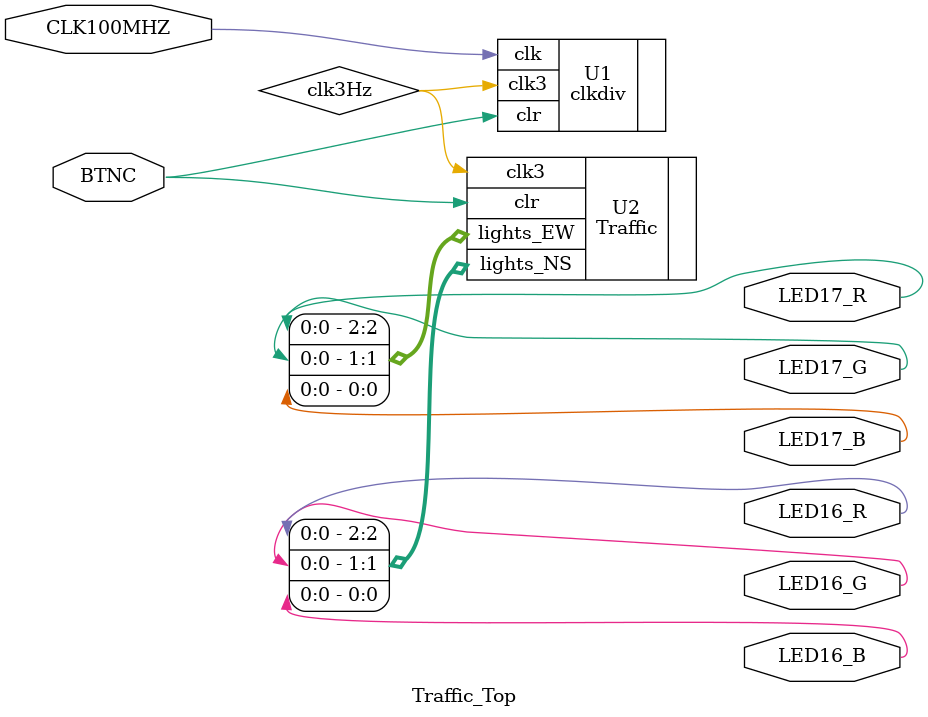
<source format=sv>
module Traffic_Top(
    input  logic CLK100MHZ,
    input  logic BTNC,
    output logic LED16_R,
    output logic LED16_G,
    output logic LED16_B,
    output logic LED17_R,
    output logic LED17_G,
    output logic LED17_B);
    
    logic clk3Hz;
    
    clkdiv  U1(.clk(CLK100MHZ), .clr(BTNC), .clk3(clk3Hz));
    Traffic U2(.clk3(clk3Hz), .clr(BTNC), .lights_NS({LED16_R, LED16_G, LED16_B}), .lights_EW({LED17_R, LED17_G, LED17_B}));
endmodule
</source>
